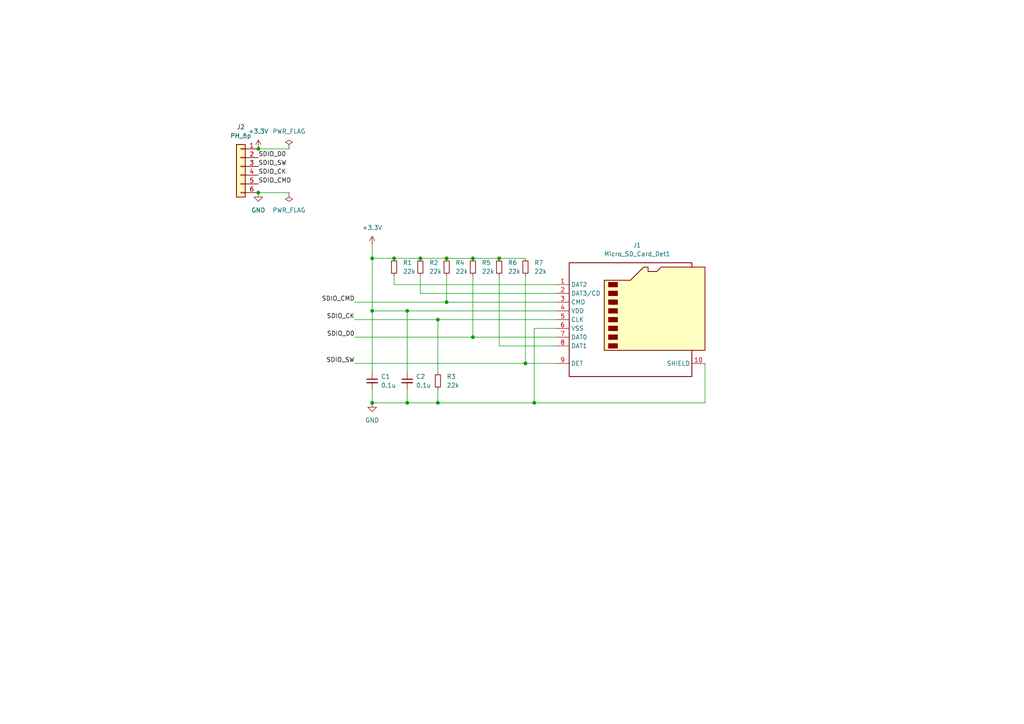
<source format=kicad_sch>
(kicad_sch
	(version 20231120)
	(generator "eeschema")
	(generator_version "8.0")
	(uuid "5c8bc54e-35dd-4c32-851e-a2e69654c7d1")
	(paper "A4")
	(lib_symbols
		(symbol "Connector:Micro_SD_Card_Det1"
			(exclude_from_sim no)
			(in_bom yes)
			(on_board yes)
			(property "Reference" "J"
				(at -16.51 17.78 0)
				(effects
					(font
						(size 1.27 1.27)
					)
				)
			)
			(property "Value" "Micro_SD_Card_Det1"
				(at 16.51 17.78 0)
				(effects
					(font
						(size 1.27 1.27)
					)
					(justify right)
				)
			)
			(property "Footprint" ""
				(at 52.07 17.78 0)
				(effects
					(font
						(size 1.27 1.27)
					)
					(hide yes)
				)
			)
			(property "Datasheet" "https://datasheet.lcsc.com/lcsc/2110151630_XKB-Connectivity-XKTF-015-N_C381082.pdf"
				(at 0 2.54 0)
				(effects
					(font
						(size 1.27 1.27)
					)
					(hide yes)
				)
			)
			(property "Description" "Micro SD Card Socket with one card detection pin"
				(at 0 0 0)
				(effects
					(font
						(size 1.27 1.27)
					)
					(hide yes)
				)
			)
			(property "ki_keywords" "connector SD microsd"
				(at 0 0 0)
				(effects
					(font
						(size 1.27 1.27)
					)
					(hide yes)
				)
			)
			(property "ki_fp_filters" "microSD*"
				(at 0 0 0)
				(effects
					(font
						(size 1.27 1.27)
					)
					(hide yes)
				)
			)
			(symbol "Micro_SD_Card_Det1_0_1"
				(rectangle
					(start -7.62 -6.985)
					(end -5.08 -8.255)
					(stroke
						(width 0.254)
						(type default)
					)
					(fill
						(type outline)
					)
				)
				(rectangle
					(start -7.62 -4.445)
					(end -5.08 -5.715)
					(stroke
						(width 0.254)
						(type default)
					)
					(fill
						(type outline)
					)
				)
				(rectangle
					(start -7.62 -1.905)
					(end -5.08 -3.175)
					(stroke
						(width 0.254)
						(type default)
					)
					(fill
						(type outline)
					)
				)
				(rectangle
					(start -7.62 0.635)
					(end -5.08 -0.635)
					(stroke
						(width 0.254)
						(type default)
					)
					(fill
						(type outline)
					)
				)
				(rectangle
					(start -7.62 3.175)
					(end -5.08 1.905)
					(stroke
						(width 0.254)
						(type default)
					)
					(fill
						(type outline)
					)
				)
				(rectangle
					(start -7.62 5.715)
					(end -5.08 4.445)
					(stroke
						(width 0.254)
						(type default)
					)
					(fill
						(type outline)
					)
				)
				(rectangle
					(start -7.62 8.255)
					(end -5.08 6.985)
					(stroke
						(width 0.254)
						(type default)
					)
					(fill
						(type outline)
					)
				)
				(rectangle
					(start -7.62 10.795)
					(end -5.08 9.525)
					(stroke
						(width 0.254)
						(type default)
					)
					(fill
						(type outline)
					)
				)
				(polyline
					(pts
						(xy 16.51 15.24) (xy 16.51 16.51) (xy -19.05 16.51) (xy -19.05 -16.51) (xy 16.51 -16.51) (xy 16.51 -8.89)
					)
					(stroke
						(width 0.254)
						(type default)
					)
					(fill
						(type none)
					)
				)
				(polyline
					(pts
						(xy -8.89 -8.89) (xy -8.89 11.43) (xy -1.27 11.43) (xy 2.54 15.24) (xy 3.81 15.24) (xy 3.81 13.97)
						(xy 6.35 13.97) (xy 7.62 15.24) (xy 20.32 15.24) (xy 20.32 -8.89) (xy -8.89 -8.89)
					)
					(stroke
						(width 0.254)
						(type default)
					)
					(fill
						(type background)
					)
				)
			)
			(symbol "Micro_SD_Card_Det1_1_1"
				(pin bidirectional line
					(at -22.86 10.16 0)
					(length 3.81)
					(name "DAT2"
						(effects
							(font
								(size 1.27 1.27)
							)
						)
					)
					(number "1"
						(effects
							(font
								(size 1.27 1.27)
							)
						)
					)
				)
				(pin passive line
					(at 20.32 -12.7 180)
					(length 3.81)
					(name "SHIELD"
						(effects
							(font
								(size 1.27 1.27)
							)
						)
					)
					(number "10"
						(effects
							(font
								(size 1.27 1.27)
							)
						)
					)
				)
				(pin bidirectional line
					(at -22.86 7.62 0)
					(length 3.81)
					(name "DAT3/CD"
						(effects
							(font
								(size 1.27 1.27)
							)
						)
					)
					(number "2"
						(effects
							(font
								(size 1.27 1.27)
							)
						)
					)
				)
				(pin input line
					(at -22.86 5.08 0)
					(length 3.81)
					(name "CMD"
						(effects
							(font
								(size 1.27 1.27)
							)
						)
					)
					(number "3"
						(effects
							(font
								(size 1.27 1.27)
							)
						)
					)
				)
				(pin power_in line
					(at -22.86 2.54 0)
					(length 3.81)
					(name "VDD"
						(effects
							(font
								(size 1.27 1.27)
							)
						)
					)
					(number "4"
						(effects
							(font
								(size 1.27 1.27)
							)
						)
					)
				)
				(pin input line
					(at -22.86 0 0)
					(length 3.81)
					(name "CLK"
						(effects
							(font
								(size 1.27 1.27)
							)
						)
					)
					(number "5"
						(effects
							(font
								(size 1.27 1.27)
							)
						)
					)
				)
				(pin power_in line
					(at -22.86 -2.54 0)
					(length 3.81)
					(name "VSS"
						(effects
							(font
								(size 1.27 1.27)
							)
						)
					)
					(number "6"
						(effects
							(font
								(size 1.27 1.27)
							)
						)
					)
				)
				(pin bidirectional line
					(at -22.86 -5.08 0)
					(length 3.81)
					(name "DAT0"
						(effects
							(font
								(size 1.27 1.27)
							)
						)
					)
					(number "7"
						(effects
							(font
								(size 1.27 1.27)
							)
						)
					)
				)
				(pin bidirectional line
					(at -22.86 -7.62 0)
					(length 3.81)
					(name "DAT1"
						(effects
							(font
								(size 1.27 1.27)
							)
						)
					)
					(number "8"
						(effects
							(font
								(size 1.27 1.27)
							)
						)
					)
				)
				(pin passive line
					(at -22.86 -12.7 0)
					(length 3.81)
					(name "DET"
						(effects
							(font
								(size 1.27 1.27)
							)
						)
					)
					(number "9"
						(effects
							(font
								(size 1.27 1.27)
							)
						)
					)
				)
			)
		)
		(symbol "Connector_Generic:Conn_01x06"
			(pin_names
				(offset 1.016) hide)
			(exclude_from_sim no)
			(in_bom yes)
			(on_board yes)
			(property "Reference" "J"
				(at 0 7.62 0)
				(effects
					(font
						(size 1.27 1.27)
					)
				)
			)
			(property "Value" "Conn_01x06"
				(at 0 -10.16 0)
				(effects
					(font
						(size 1.27 1.27)
					)
				)
			)
			(property "Footprint" ""
				(at 0 0 0)
				(effects
					(font
						(size 1.27 1.27)
					)
					(hide yes)
				)
			)
			(property "Datasheet" "~"
				(at 0 0 0)
				(effects
					(font
						(size 1.27 1.27)
					)
					(hide yes)
				)
			)
			(property "Description" "Generic connector, single row, 01x06, script generated (kicad-library-utils/schlib/autogen/connector/)"
				(at 0 0 0)
				(effects
					(font
						(size 1.27 1.27)
					)
					(hide yes)
				)
			)
			(property "ki_keywords" "connector"
				(at 0 0 0)
				(effects
					(font
						(size 1.27 1.27)
					)
					(hide yes)
				)
			)
			(property "ki_fp_filters" "Connector*:*_1x??_*"
				(at 0 0 0)
				(effects
					(font
						(size 1.27 1.27)
					)
					(hide yes)
				)
			)
			(symbol "Conn_01x06_1_1"
				(rectangle
					(start -1.27 -7.493)
					(end 0 -7.747)
					(stroke
						(width 0.1524)
						(type default)
					)
					(fill
						(type none)
					)
				)
				(rectangle
					(start -1.27 -4.953)
					(end 0 -5.207)
					(stroke
						(width 0.1524)
						(type default)
					)
					(fill
						(type none)
					)
				)
				(rectangle
					(start -1.27 -2.413)
					(end 0 -2.667)
					(stroke
						(width 0.1524)
						(type default)
					)
					(fill
						(type none)
					)
				)
				(rectangle
					(start -1.27 0.127)
					(end 0 -0.127)
					(stroke
						(width 0.1524)
						(type default)
					)
					(fill
						(type none)
					)
				)
				(rectangle
					(start -1.27 2.667)
					(end 0 2.413)
					(stroke
						(width 0.1524)
						(type default)
					)
					(fill
						(type none)
					)
				)
				(rectangle
					(start -1.27 5.207)
					(end 0 4.953)
					(stroke
						(width 0.1524)
						(type default)
					)
					(fill
						(type none)
					)
				)
				(rectangle
					(start -1.27 6.35)
					(end 1.27 -8.89)
					(stroke
						(width 0.254)
						(type default)
					)
					(fill
						(type background)
					)
				)
				(pin passive line
					(at -5.08 5.08 0)
					(length 3.81)
					(name "Pin_1"
						(effects
							(font
								(size 1.27 1.27)
							)
						)
					)
					(number "1"
						(effects
							(font
								(size 1.27 1.27)
							)
						)
					)
				)
				(pin passive line
					(at -5.08 2.54 0)
					(length 3.81)
					(name "Pin_2"
						(effects
							(font
								(size 1.27 1.27)
							)
						)
					)
					(number "2"
						(effects
							(font
								(size 1.27 1.27)
							)
						)
					)
				)
				(pin passive line
					(at -5.08 0 0)
					(length 3.81)
					(name "Pin_3"
						(effects
							(font
								(size 1.27 1.27)
							)
						)
					)
					(number "3"
						(effects
							(font
								(size 1.27 1.27)
							)
						)
					)
				)
				(pin passive line
					(at -5.08 -2.54 0)
					(length 3.81)
					(name "Pin_4"
						(effects
							(font
								(size 1.27 1.27)
							)
						)
					)
					(number "4"
						(effects
							(font
								(size 1.27 1.27)
							)
						)
					)
				)
				(pin passive line
					(at -5.08 -5.08 0)
					(length 3.81)
					(name "Pin_5"
						(effects
							(font
								(size 1.27 1.27)
							)
						)
					)
					(number "5"
						(effects
							(font
								(size 1.27 1.27)
							)
						)
					)
				)
				(pin passive line
					(at -5.08 -7.62 0)
					(length 3.81)
					(name "Pin_6"
						(effects
							(font
								(size 1.27 1.27)
							)
						)
					)
					(number "6"
						(effects
							(font
								(size 1.27 1.27)
							)
						)
					)
				)
			)
		)
		(symbol "Device:C_Small"
			(pin_numbers hide)
			(pin_names
				(offset 0.254) hide)
			(exclude_from_sim no)
			(in_bom yes)
			(on_board yes)
			(property "Reference" "C"
				(at 0.254 1.778 0)
				(effects
					(font
						(size 1.27 1.27)
					)
					(justify left)
				)
			)
			(property "Value" "C_Small"
				(at 0.254 -2.032 0)
				(effects
					(font
						(size 1.27 1.27)
					)
					(justify left)
				)
			)
			(property "Footprint" ""
				(at 0 0 0)
				(effects
					(font
						(size 1.27 1.27)
					)
					(hide yes)
				)
			)
			(property "Datasheet" "~"
				(at 0 0 0)
				(effects
					(font
						(size 1.27 1.27)
					)
					(hide yes)
				)
			)
			(property "Description" "Unpolarized capacitor, small symbol"
				(at 0 0 0)
				(effects
					(font
						(size 1.27 1.27)
					)
					(hide yes)
				)
			)
			(property "ki_keywords" "capacitor cap"
				(at 0 0 0)
				(effects
					(font
						(size 1.27 1.27)
					)
					(hide yes)
				)
			)
			(property "ki_fp_filters" "C_*"
				(at 0 0 0)
				(effects
					(font
						(size 1.27 1.27)
					)
					(hide yes)
				)
			)
			(symbol "C_Small_0_1"
				(polyline
					(pts
						(xy -1.524 -0.508) (xy 1.524 -0.508)
					)
					(stroke
						(width 0.3302)
						(type default)
					)
					(fill
						(type none)
					)
				)
				(polyline
					(pts
						(xy -1.524 0.508) (xy 1.524 0.508)
					)
					(stroke
						(width 0.3048)
						(type default)
					)
					(fill
						(type none)
					)
				)
			)
			(symbol "C_Small_1_1"
				(pin passive line
					(at 0 2.54 270)
					(length 2.032)
					(name "~"
						(effects
							(font
								(size 1.27 1.27)
							)
						)
					)
					(number "1"
						(effects
							(font
								(size 1.27 1.27)
							)
						)
					)
				)
				(pin passive line
					(at 0 -2.54 90)
					(length 2.032)
					(name "~"
						(effects
							(font
								(size 1.27 1.27)
							)
						)
					)
					(number "2"
						(effects
							(font
								(size 1.27 1.27)
							)
						)
					)
				)
			)
		)
		(symbol "Device:R_Small"
			(pin_numbers hide)
			(pin_names
				(offset 0.254) hide)
			(exclude_from_sim no)
			(in_bom yes)
			(on_board yes)
			(property "Reference" "R"
				(at 0.762 0.508 0)
				(effects
					(font
						(size 1.27 1.27)
					)
					(justify left)
				)
			)
			(property "Value" "R_Small"
				(at 0.762 -1.016 0)
				(effects
					(font
						(size 1.27 1.27)
					)
					(justify left)
				)
			)
			(property "Footprint" ""
				(at 0 0 0)
				(effects
					(font
						(size 1.27 1.27)
					)
					(hide yes)
				)
			)
			(property "Datasheet" "~"
				(at 0 0 0)
				(effects
					(font
						(size 1.27 1.27)
					)
					(hide yes)
				)
			)
			(property "Description" "Resistor, small symbol"
				(at 0 0 0)
				(effects
					(font
						(size 1.27 1.27)
					)
					(hide yes)
				)
			)
			(property "ki_keywords" "R resistor"
				(at 0 0 0)
				(effects
					(font
						(size 1.27 1.27)
					)
					(hide yes)
				)
			)
			(property "ki_fp_filters" "R_*"
				(at 0 0 0)
				(effects
					(font
						(size 1.27 1.27)
					)
					(hide yes)
				)
			)
			(symbol "R_Small_0_1"
				(rectangle
					(start -0.762 1.778)
					(end 0.762 -1.778)
					(stroke
						(width 0.2032)
						(type default)
					)
					(fill
						(type none)
					)
				)
			)
			(symbol "R_Small_1_1"
				(pin passive line
					(at 0 2.54 270)
					(length 0.762)
					(name "~"
						(effects
							(font
								(size 1.27 1.27)
							)
						)
					)
					(number "1"
						(effects
							(font
								(size 1.27 1.27)
							)
						)
					)
				)
				(pin passive line
					(at 0 -2.54 90)
					(length 0.762)
					(name "~"
						(effects
							(font
								(size 1.27 1.27)
							)
						)
					)
					(number "2"
						(effects
							(font
								(size 1.27 1.27)
							)
						)
					)
				)
			)
		)
		(symbol "power:+3.3V"
			(power)
			(pin_numbers hide)
			(pin_names
				(offset 0) hide)
			(exclude_from_sim no)
			(in_bom yes)
			(on_board yes)
			(property "Reference" "#PWR"
				(at 0 -3.81 0)
				(effects
					(font
						(size 1.27 1.27)
					)
					(hide yes)
				)
			)
			(property "Value" "+3.3V"
				(at 0 3.556 0)
				(effects
					(font
						(size 1.27 1.27)
					)
				)
			)
			(property "Footprint" ""
				(at 0 0 0)
				(effects
					(font
						(size 1.27 1.27)
					)
					(hide yes)
				)
			)
			(property "Datasheet" ""
				(at 0 0 0)
				(effects
					(font
						(size 1.27 1.27)
					)
					(hide yes)
				)
			)
			(property "Description" "Power symbol creates a global label with name \"+3.3V\""
				(at 0 0 0)
				(effects
					(font
						(size 1.27 1.27)
					)
					(hide yes)
				)
			)
			(property "ki_keywords" "global power"
				(at 0 0 0)
				(effects
					(font
						(size 1.27 1.27)
					)
					(hide yes)
				)
			)
			(symbol "+3.3V_0_1"
				(polyline
					(pts
						(xy -0.762 1.27) (xy 0 2.54)
					)
					(stroke
						(width 0)
						(type default)
					)
					(fill
						(type none)
					)
				)
				(polyline
					(pts
						(xy 0 0) (xy 0 2.54)
					)
					(stroke
						(width 0)
						(type default)
					)
					(fill
						(type none)
					)
				)
				(polyline
					(pts
						(xy 0 2.54) (xy 0.762 1.27)
					)
					(stroke
						(width 0)
						(type default)
					)
					(fill
						(type none)
					)
				)
			)
			(symbol "+3.3V_1_1"
				(pin power_in line
					(at 0 0 90)
					(length 0)
					(name "~"
						(effects
							(font
								(size 1.27 1.27)
							)
						)
					)
					(number "1"
						(effects
							(font
								(size 1.27 1.27)
							)
						)
					)
				)
			)
		)
		(symbol "power:GND"
			(power)
			(pin_numbers hide)
			(pin_names
				(offset 0) hide)
			(exclude_from_sim no)
			(in_bom yes)
			(on_board yes)
			(property "Reference" "#PWR"
				(at 0 -6.35 0)
				(effects
					(font
						(size 1.27 1.27)
					)
					(hide yes)
				)
			)
			(property "Value" "GND"
				(at 0 -3.81 0)
				(effects
					(font
						(size 1.27 1.27)
					)
				)
			)
			(property "Footprint" ""
				(at 0 0 0)
				(effects
					(font
						(size 1.27 1.27)
					)
					(hide yes)
				)
			)
			(property "Datasheet" ""
				(at 0 0 0)
				(effects
					(font
						(size 1.27 1.27)
					)
					(hide yes)
				)
			)
			(property "Description" "Power symbol creates a global label with name \"GND\" , ground"
				(at 0 0 0)
				(effects
					(font
						(size 1.27 1.27)
					)
					(hide yes)
				)
			)
			(property "ki_keywords" "global power"
				(at 0 0 0)
				(effects
					(font
						(size 1.27 1.27)
					)
					(hide yes)
				)
			)
			(symbol "GND_0_1"
				(polyline
					(pts
						(xy 0 0) (xy 0 -1.27) (xy 1.27 -1.27) (xy 0 -2.54) (xy -1.27 -1.27) (xy 0 -1.27)
					)
					(stroke
						(width 0)
						(type default)
					)
					(fill
						(type none)
					)
				)
			)
			(symbol "GND_1_1"
				(pin power_in line
					(at 0 0 270)
					(length 0)
					(name "~"
						(effects
							(font
								(size 1.27 1.27)
							)
						)
					)
					(number "1"
						(effects
							(font
								(size 1.27 1.27)
							)
						)
					)
				)
			)
		)
		(symbol "power:PWR_FLAG"
			(power)
			(pin_numbers hide)
			(pin_names
				(offset 0) hide)
			(exclude_from_sim no)
			(in_bom yes)
			(on_board yes)
			(property "Reference" "#FLG"
				(at 0 1.905 0)
				(effects
					(font
						(size 1.27 1.27)
					)
					(hide yes)
				)
			)
			(property "Value" "PWR_FLAG"
				(at 0 3.81 0)
				(effects
					(font
						(size 1.27 1.27)
					)
				)
			)
			(property "Footprint" ""
				(at 0 0 0)
				(effects
					(font
						(size 1.27 1.27)
					)
					(hide yes)
				)
			)
			(property "Datasheet" "~"
				(at 0 0 0)
				(effects
					(font
						(size 1.27 1.27)
					)
					(hide yes)
				)
			)
			(property "Description" "Special symbol for telling ERC where power comes from"
				(at 0 0 0)
				(effects
					(font
						(size 1.27 1.27)
					)
					(hide yes)
				)
			)
			(property "ki_keywords" "flag power"
				(at 0 0 0)
				(effects
					(font
						(size 1.27 1.27)
					)
					(hide yes)
				)
			)
			(symbol "PWR_FLAG_0_0"
				(pin power_out line
					(at 0 0 90)
					(length 0)
					(name "~"
						(effects
							(font
								(size 1.27 1.27)
							)
						)
					)
					(number "1"
						(effects
							(font
								(size 1.27 1.27)
							)
						)
					)
				)
			)
			(symbol "PWR_FLAG_0_1"
				(polyline
					(pts
						(xy 0 0) (xy 0 1.27) (xy -1.016 1.905) (xy 0 2.54) (xy 1.016 1.905) (xy 0 1.27)
					)
					(stroke
						(width 0)
						(type default)
					)
					(fill
						(type none)
					)
				)
			)
		)
	)
	(junction
		(at 107.95 90.17)
		(diameter 0)
		(color 0 0 0 0)
		(uuid "0340c3d5-570c-4637-8983-e1bf83a122e4")
	)
	(junction
		(at 74.93 55.88)
		(diameter 0)
		(color 0 0 0 0)
		(uuid "039bd011-3997-457f-acc9-29c80068b349")
	)
	(junction
		(at 118.11 90.17)
		(diameter 0)
		(color 0 0 0 0)
		(uuid "28afdea9-5e78-4f81-95ab-d11c96103147")
	)
	(junction
		(at 127 116.84)
		(diameter 0)
		(color 0 0 0 0)
		(uuid "3daff48e-32d8-4384-90e7-0b0f5bdf53cb")
	)
	(junction
		(at 137.16 97.79)
		(diameter 0)
		(color 0 0 0 0)
		(uuid "4884ee78-503f-4dbd-b5f2-778ed75b0cb0")
	)
	(junction
		(at 152.4 105.41)
		(diameter 0)
		(color 0 0 0 0)
		(uuid "4bf5a2f6-cb3e-4c56-8ed7-de5a78945178")
	)
	(junction
		(at 127 92.71)
		(diameter 0)
		(color 0 0 0 0)
		(uuid "4de93172-bbec-443b-b7b1-2ece0f651e55")
	)
	(junction
		(at 114.3 74.93)
		(diameter 0)
		(color 0 0 0 0)
		(uuid "51adebfb-29b4-4a38-8d19-d1091348a6e2")
	)
	(junction
		(at 129.54 74.93)
		(diameter 0)
		(color 0 0 0 0)
		(uuid "538ec085-4f35-40fe-b0d5-eff025749b43")
	)
	(junction
		(at 107.95 74.93)
		(diameter 0)
		(color 0 0 0 0)
		(uuid "53af147a-06dc-4649-8d98-2ba37a446f2d")
	)
	(junction
		(at 121.92 74.93)
		(diameter 0)
		(color 0 0 0 0)
		(uuid "64fe2345-2ad9-46ae-bbfd-7f6b8f4d794c")
	)
	(junction
		(at 74.93 43.18)
		(diameter 0)
		(color 0 0 0 0)
		(uuid "68f02757-348e-4baa-8263-09001643755e")
	)
	(junction
		(at 137.16 74.93)
		(diameter 0)
		(color 0 0 0 0)
		(uuid "97cb03f7-cf56-4584-82ea-6bc21e03b015")
	)
	(junction
		(at 107.95 116.84)
		(diameter 0)
		(color 0 0 0 0)
		(uuid "be1fb9d4-1cba-4338-8864-2343ed383ef1")
	)
	(junction
		(at 154.94 116.84)
		(diameter 0)
		(color 0 0 0 0)
		(uuid "c31eb4f4-e4d3-42b2-8579-a47995c7df1a")
	)
	(junction
		(at 144.78 74.93)
		(diameter 0)
		(color 0 0 0 0)
		(uuid "e2ab84a5-1c4f-4375-99f1-ceeb3a40ef49")
	)
	(junction
		(at 118.11 116.84)
		(diameter 0)
		(color 0 0 0 0)
		(uuid "f900b752-5f1e-416e-8579-d89c48de6929")
	)
	(junction
		(at 129.54 87.63)
		(diameter 0)
		(color 0 0 0 0)
		(uuid "f9ceb8a5-e7e4-426d-8371-f96b4ddbe6a1")
	)
	(wire
		(pts
			(xy 107.95 90.17) (xy 118.11 90.17)
		)
		(stroke
			(width 0)
			(type default)
		)
		(uuid "04c1a166-ee60-40e1-9477-dde38686a9d5")
	)
	(wire
		(pts
			(xy 137.16 74.93) (xy 144.78 74.93)
		)
		(stroke
			(width 0)
			(type default)
		)
		(uuid "080aaeac-fe7c-4574-bed3-b47a397392fc")
	)
	(wire
		(pts
			(xy 144.78 74.93) (xy 152.4 74.93)
		)
		(stroke
			(width 0)
			(type default)
		)
		(uuid "16f04593-60e9-46db-98e9-6cb21eb8398f")
	)
	(wire
		(pts
			(xy 121.92 80.01) (xy 121.92 85.09)
		)
		(stroke
			(width 0)
			(type default)
		)
		(uuid "1a8a6b9e-421c-4c87-bf04-e0e443a217c2")
	)
	(wire
		(pts
			(xy 107.95 113.03) (xy 107.95 116.84)
		)
		(stroke
			(width 0)
			(type default)
		)
		(uuid "2e343a1c-8951-4435-acd8-0b65588dbe21")
	)
	(wire
		(pts
			(xy 114.3 82.55) (xy 161.29 82.55)
		)
		(stroke
			(width 0)
			(type default)
		)
		(uuid "31f3a776-da7d-40ef-b65d-f1ec8c77954b")
	)
	(wire
		(pts
			(xy 127 113.03) (xy 127 116.84)
		)
		(stroke
			(width 0)
			(type default)
		)
		(uuid "3c010464-daf2-46d9-b57a-28703a143b2e")
	)
	(wire
		(pts
			(xy 74.93 55.88) (xy 83.82 55.88)
		)
		(stroke
			(width 0)
			(type default)
		)
		(uuid "3f54e54a-494d-4da9-951e-7060f03fbdbd")
	)
	(wire
		(pts
			(xy 102.87 92.71) (xy 127 92.71)
		)
		(stroke
			(width 0)
			(type default)
		)
		(uuid "3fb43fff-06be-4146-a7eb-4b283c6b29f8")
	)
	(wire
		(pts
			(xy 154.94 116.84) (xy 204.47 116.84)
		)
		(stroke
			(width 0)
			(type default)
		)
		(uuid "43fa5f1f-72aa-4a44-97ed-2060d8249bb2")
	)
	(wire
		(pts
			(xy 129.54 87.63) (xy 161.29 87.63)
		)
		(stroke
			(width 0)
			(type default)
		)
		(uuid "4509ec22-276c-4097-87c3-b7323da11e52")
	)
	(wire
		(pts
			(xy 102.87 105.41) (xy 152.4 105.41)
		)
		(stroke
			(width 0)
			(type default)
		)
		(uuid "5b9f2f1f-599d-4bc0-92a8-094f19620c6d")
	)
	(wire
		(pts
			(xy 74.93 43.18) (xy 83.82 43.18)
		)
		(stroke
			(width 0)
			(type default)
		)
		(uuid "5e2885f3-01e4-4578-8691-13ddf691e9f8")
	)
	(wire
		(pts
			(xy 152.4 105.41) (xy 152.4 80.01)
		)
		(stroke
			(width 0)
			(type default)
		)
		(uuid "5e3942c5-d618-4b18-b59d-0ecf4c2549fb")
	)
	(wire
		(pts
			(xy 107.95 71.12) (xy 107.95 74.93)
		)
		(stroke
			(width 0)
			(type default)
		)
		(uuid "5fb754f9-a261-44b1-bfee-084a2e48f70b")
	)
	(wire
		(pts
			(xy 118.11 116.84) (xy 107.95 116.84)
		)
		(stroke
			(width 0)
			(type default)
		)
		(uuid "64905d50-bc76-4fb5-8035-c0195dd8d4db")
	)
	(wire
		(pts
			(xy 121.92 85.09) (xy 161.29 85.09)
		)
		(stroke
			(width 0)
			(type default)
		)
		(uuid "71496cad-24d5-449d-81ae-9123e6ce2331")
	)
	(wire
		(pts
			(xy 161.29 105.41) (xy 152.4 105.41)
		)
		(stroke
			(width 0)
			(type default)
		)
		(uuid "7788114c-e1c7-44e5-b57b-1f0c7d799a01")
	)
	(wire
		(pts
			(xy 161.29 95.25) (xy 154.94 95.25)
		)
		(stroke
			(width 0)
			(type default)
		)
		(uuid "78d5d115-b593-4e1d-9fd7-e74923b7d1ab")
	)
	(wire
		(pts
			(xy 129.54 80.01) (xy 129.54 87.63)
		)
		(stroke
			(width 0)
			(type default)
		)
		(uuid "84618125-087a-4a9a-9618-641c5ff6895a")
	)
	(wire
		(pts
			(xy 107.95 90.17) (xy 107.95 107.95)
		)
		(stroke
			(width 0)
			(type default)
		)
		(uuid "89e9eb83-ed7a-436d-a260-b0503ce9fe49")
	)
	(wire
		(pts
			(xy 127 116.84) (xy 118.11 116.84)
		)
		(stroke
			(width 0)
			(type default)
		)
		(uuid "99a92bc7-c68f-4119-b3d9-5e19e4dce0fb")
	)
	(wire
		(pts
			(xy 137.16 80.01) (xy 137.16 97.79)
		)
		(stroke
			(width 0)
			(type default)
		)
		(uuid "9d7e0b56-1d8c-4e64-b1c3-6c068420deff")
	)
	(wire
		(pts
			(xy 121.92 74.93) (xy 129.54 74.93)
		)
		(stroke
			(width 0)
			(type default)
		)
		(uuid "a6da19cf-dc85-4a6f-9e76-a65249e682b8")
	)
	(wire
		(pts
			(xy 204.47 105.41) (xy 204.47 116.84)
		)
		(stroke
			(width 0)
			(type default)
		)
		(uuid "aa9c155b-1b8e-4201-a2ed-afb552375499")
	)
	(wire
		(pts
			(xy 144.78 80.01) (xy 144.78 100.33)
		)
		(stroke
			(width 0)
			(type default)
		)
		(uuid "adb343a4-3c51-48c5-9a45-c3f890c2eeff")
	)
	(wire
		(pts
			(xy 107.95 74.93) (xy 107.95 90.17)
		)
		(stroke
			(width 0)
			(type default)
		)
		(uuid "b706c75d-e5cd-4cbd-a2f6-c112218e07fe")
	)
	(wire
		(pts
			(xy 127 92.71) (xy 127 107.95)
		)
		(stroke
			(width 0)
			(type default)
		)
		(uuid "c12edeeb-a5e5-4a6c-bd60-e568cb708c00")
	)
	(wire
		(pts
			(xy 154.94 95.25) (xy 154.94 116.84)
		)
		(stroke
			(width 0)
			(type default)
		)
		(uuid "c14ab019-b4f3-4514-85ea-4f18dd24e27a")
	)
	(wire
		(pts
			(xy 118.11 90.17) (xy 161.29 90.17)
		)
		(stroke
			(width 0)
			(type default)
		)
		(uuid "c8a480c7-7767-49a0-974f-53dba5f411d5")
	)
	(wire
		(pts
			(xy 102.87 87.63) (xy 129.54 87.63)
		)
		(stroke
			(width 0)
			(type default)
		)
		(uuid "c95cdf67-4b21-428c-b90c-85356c5b9ba5")
	)
	(wire
		(pts
			(xy 114.3 80.01) (xy 114.3 82.55)
		)
		(stroke
			(width 0)
			(type default)
		)
		(uuid "c9c4ecd2-c320-4801-9e0f-32d03d476202")
	)
	(wire
		(pts
			(xy 107.95 74.93) (xy 114.3 74.93)
		)
		(stroke
			(width 0)
			(type default)
		)
		(uuid "d2976ca4-aa09-454e-83e2-e465eb168d03")
	)
	(wire
		(pts
			(xy 118.11 90.17) (xy 118.11 107.95)
		)
		(stroke
			(width 0)
			(type default)
		)
		(uuid "d3f1abd8-9e4d-4bc6-abfd-a117fbdb5ac8")
	)
	(wire
		(pts
			(xy 127 116.84) (xy 154.94 116.84)
		)
		(stroke
			(width 0)
			(type default)
		)
		(uuid "e3f02f2e-fcaa-46ab-b065-574fa5aad8be")
	)
	(wire
		(pts
			(xy 114.3 74.93) (xy 121.92 74.93)
		)
		(stroke
			(width 0)
			(type default)
		)
		(uuid "f068801e-536d-44ea-8d5e-e56cc82a0494")
	)
	(wire
		(pts
			(xy 118.11 113.03) (xy 118.11 116.84)
		)
		(stroke
			(width 0)
			(type default)
		)
		(uuid "f5556faa-e6e2-4657-9a22-9395198b0983")
	)
	(wire
		(pts
			(xy 129.54 74.93) (xy 137.16 74.93)
		)
		(stroke
			(width 0)
			(type default)
		)
		(uuid "f7258e5b-cbb7-48ac-a4d7-68f801a8773f")
	)
	(wire
		(pts
			(xy 144.78 100.33) (xy 161.29 100.33)
		)
		(stroke
			(width 0)
			(type default)
		)
		(uuid "fb11714f-ccfc-4756-a434-657e01cfcc34")
	)
	(wire
		(pts
			(xy 127 92.71) (xy 161.29 92.71)
		)
		(stroke
			(width 0)
			(type default)
		)
		(uuid "fb7c358b-550e-42e0-adef-c71869e8c5cf")
	)
	(wire
		(pts
			(xy 102.87 97.79) (xy 137.16 97.79)
		)
		(stroke
			(width 0)
			(type default)
		)
		(uuid "fc93dc01-ba20-40b9-8759-3cbe04401215")
	)
	(wire
		(pts
			(xy 137.16 97.79) (xy 161.29 97.79)
		)
		(stroke
			(width 0)
			(type default)
		)
		(uuid "fcb788af-5108-411d-b217-b0942661cd70")
	)
	(label "SDIO_CK"
		(at 102.87 92.71 180)
		(fields_autoplaced yes)
		(effects
			(font
				(size 1.27 1.27)
			)
			(justify right bottom)
		)
		(uuid "1b9a16cb-0ff2-4ccf-800f-86751219b756")
	)
	(label "SDIO_CMD"
		(at 102.87 87.63 180)
		(fields_autoplaced yes)
		(effects
			(font
				(size 1.27 1.27)
			)
			(justify right bottom)
		)
		(uuid "4a0fd289-282b-49dc-982c-caac2c2e8350")
	)
	(label "SDIO_CMD"
		(at 74.93 53.34 0)
		(fields_autoplaced yes)
		(effects
			(font
				(size 1.27 1.27)
			)
			(justify left bottom)
		)
		(uuid "6051ebb1-0ce2-403d-8830-9ea912cc783a")
	)
	(label "SDIO_SW"
		(at 74.93 48.26 0)
		(fields_autoplaced yes)
		(effects
			(font
				(size 1.27 1.27)
			)
			(justify left bottom)
		)
		(uuid "6078cba4-44a9-4860-aa64-f0220350d0f2")
	)
	(label "SDIO_CK"
		(at 74.93 50.8 0)
		(fields_autoplaced yes)
		(effects
			(font
				(size 1.27 1.27)
			)
			(justify left bottom)
		)
		(uuid "8a16aad4-8816-4ff3-9b25-1e995fe67a46")
	)
	(label "SDIO_D0"
		(at 102.87 97.79 180)
		(fields_autoplaced yes)
		(effects
			(font
				(size 1.27 1.27)
			)
			(justify right bottom)
		)
		(uuid "90b57dec-9053-4f9d-8907-0a235d9506bb")
	)
	(label "SDIO_D0"
		(at 74.93 45.72 0)
		(fields_autoplaced yes)
		(effects
			(font
				(size 1.27 1.27)
			)
			(justify left bottom)
		)
		(uuid "9d822647-db36-4cd7-bc77-4df3b4d1fd57")
	)
	(label "SDIO_SW"
		(at 102.87 105.41 180)
		(fields_autoplaced yes)
		(effects
			(font
				(size 1.27 1.27)
			)
			(justify right bottom)
		)
		(uuid "e7c1fe56-d592-4e9a-88bf-0ef2ce92a5c2")
	)
	(symbol
		(lib_id "power:GND")
		(at 107.95 116.84 0)
		(mirror y)
		(unit 1)
		(exclude_from_sim no)
		(in_bom yes)
		(on_board yes)
		(dnp no)
		(fields_autoplaced yes)
		(uuid "07c69515-bc68-4849-b888-146a9bce1971")
		(property "Reference" "#PWR02"
			(at 107.95 123.19 0)
			(effects
				(font
					(size 1.27 1.27)
				)
				(hide yes)
			)
		)
		(property "Value" "GND"
			(at 107.95 121.92 0)
			(effects
				(font
					(size 1.27 1.27)
				)
			)
		)
		(property "Footprint" ""
			(at 107.95 116.84 0)
			(effects
				(font
					(size 1.27 1.27)
				)
				(hide yes)
			)
		)
		(property "Datasheet" ""
			(at 107.95 116.84 0)
			(effects
				(font
					(size 1.27 1.27)
				)
				(hide yes)
			)
		)
		(property "Description" "Power symbol creates a global label with name \"GND\" , ground"
			(at 107.95 116.84 0)
			(effects
				(font
					(size 1.27 1.27)
				)
				(hide yes)
			)
		)
		(pin "1"
			(uuid "402a0a7a-fae9-40b3-b9d3-0148a453a7f2")
		)
		(instances
			(project "sd_card"
				(path "/5c8bc54e-35dd-4c32-851e-a2e69654c7d1"
					(reference "#PWR02")
					(unit 1)
				)
			)
		)
	)
	(symbol
		(lib_id "Device:R_Small")
		(at 137.16 77.47 0)
		(unit 1)
		(exclude_from_sim no)
		(in_bom yes)
		(on_board yes)
		(dnp no)
		(fields_autoplaced yes)
		(uuid "1d262ef4-0aee-4747-998e-cad1dcdca545")
		(property "Reference" "R5"
			(at 139.7 76.1999 0)
			(effects
				(font
					(size 1.27 1.27)
				)
				(justify left)
			)
		)
		(property "Value" "22k"
			(at 139.7 78.7399 0)
			(effects
				(font
					(size 1.27 1.27)
				)
				(justify left)
			)
		)
		(property "Footprint" "Resistor_SMD:R_0603_1608Metric_Pad0.98x0.95mm_HandSolder"
			(at 137.16 77.47 0)
			(effects
				(font
					(size 1.27 1.27)
				)
				(hide yes)
			)
		)
		(property "Datasheet" "~"
			(at 137.16 77.47 0)
			(effects
				(font
					(size 1.27 1.27)
				)
				(hide yes)
			)
		)
		(property "Description" "Resistor, small symbol"
			(at 137.16 77.47 0)
			(effects
				(font
					(size 1.27 1.27)
				)
				(hide yes)
			)
		)
		(pin "2"
			(uuid "6bb08e85-3fe1-41a0-a98c-26e67baaa112")
		)
		(pin "1"
			(uuid "852416ca-4466-4120-8d3c-714c45a852f2")
		)
		(instances
			(project "sd_card"
				(path "/5c8bc54e-35dd-4c32-851e-a2e69654c7d1"
					(reference "R5")
					(unit 1)
				)
			)
		)
	)
	(symbol
		(lib_id "power:PWR_FLAG")
		(at 83.82 55.88 0)
		(mirror x)
		(unit 1)
		(exclude_from_sim no)
		(in_bom yes)
		(on_board yes)
		(dnp no)
		(fields_autoplaced yes)
		(uuid "406a8753-b54e-4c0a-8b53-6d2ec9b87934")
		(property "Reference" "#FLG02"
			(at 83.82 57.785 0)
			(effects
				(font
					(size 1.27 1.27)
				)
				(hide yes)
			)
		)
		(property "Value" "PWR_FLAG"
			(at 83.82 60.96 0)
			(effects
				(font
					(size 1.27 1.27)
				)
			)
		)
		(property "Footprint" ""
			(at 83.82 55.88 0)
			(effects
				(font
					(size 1.27 1.27)
				)
				(hide yes)
			)
		)
		(property "Datasheet" "~"
			(at 83.82 55.88 0)
			(effects
				(font
					(size 1.27 1.27)
				)
				(hide yes)
			)
		)
		(property "Description" "Special symbol for telling ERC where power comes from"
			(at 83.82 55.88 0)
			(effects
				(font
					(size 1.27 1.27)
				)
				(hide yes)
			)
		)
		(pin "1"
			(uuid "0556d1b6-d453-4c1b-a3df-bf66af831487")
		)
		(instances
			(project "sd_card"
				(path "/5c8bc54e-35dd-4c32-851e-a2e69654c7d1"
					(reference "#FLG02")
					(unit 1)
				)
			)
		)
	)
	(symbol
		(lib_id "power:+3.3V")
		(at 74.93 43.18 0)
		(unit 1)
		(exclude_from_sim no)
		(in_bom yes)
		(on_board yes)
		(dnp no)
		(fields_autoplaced yes)
		(uuid "41b2c61c-a550-411d-813d-4255525590db")
		(property "Reference" "#PWR03"
			(at 74.93 46.99 0)
			(effects
				(font
					(size 1.27 1.27)
				)
				(hide yes)
			)
		)
		(property "Value" "+3.3V"
			(at 74.93 38.1 0)
			(effects
				(font
					(size 1.27 1.27)
				)
			)
		)
		(property "Footprint" ""
			(at 74.93 43.18 0)
			(effects
				(font
					(size 1.27 1.27)
				)
				(hide yes)
			)
		)
		(property "Datasheet" ""
			(at 74.93 43.18 0)
			(effects
				(font
					(size 1.27 1.27)
				)
				(hide yes)
			)
		)
		(property "Description" "Power symbol creates a global label with name \"+3.3V\""
			(at 74.93 43.18 0)
			(effects
				(font
					(size 1.27 1.27)
				)
				(hide yes)
			)
		)
		(pin "1"
			(uuid "9fd7cd30-7ea5-408e-a5b4-d5dc6abc66ce")
		)
		(instances
			(project "sd_card"
				(path "/5c8bc54e-35dd-4c32-851e-a2e69654c7d1"
					(reference "#PWR03")
					(unit 1)
				)
			)
		)
	)
	(symbol
		(lib_id "Device:C_Small")
		(at 118.11 110.49 0)
		(mirror y)
		(unit 1)
		(exclude_from_sim no)
		(in_bom yes)
		(on_board yes)
		(dnp no)
		(fields_autoplaced yes)
		(uuid "553dd3b1-a645-4733-b05a-f235138e5396")
		(property "Reference" "C2"
			(at 120.65 109.2262 0)
			(effects
				(font
					(size 1.27 1.27)
				)
				(justify right)
			)
		)
		(property "Value" "0.1u"
			(at 120.65 111.7662 0)
			(effects
				(font
					(size 1.27 1.27)
				)
				(justify right)
			)
		)
		(property "Footprint" "Capacitor_SMD:C_0603_1608Metric_Pad1.08x0.95mm_HandSolder"
			(at 118.11 110.49 0)
			(effects
				(font
					(size 1.27 1.27)
				)
				(hide yes)
			)
		)
		(property "Datasheet" "~"
			(at 118.11 110.49 0)
			(effects
				(font
					(size 1.27 1.27)
				)
				(hide yes)
			)
		)
		(property "Description" "Unpolarized capacitor, small symbol"
			(at 118.11 110.49 0)
			(effects
				(font
					(size 1.27 1.27)
				)
				(hide yes)
			)
		)
		(pin "1"
			(uuid "4acd76a0-082e-45b3-8af7-4f248863f62e")
		)
		(pin "2"
			(uuid "9c26d786-eb19-4daa-a0fa-d8ffbd492f79")
		)
		(instances
			(project "sd_card"
				(path "/5c8bc54e-35dd-4c32-851e-a2e69654c7d1"
					(reference "C2")
					(unit 1)
				)
			)
		)
	)
	(symbol
		(lib_id "Device:C_Small")
		(at 107.95 110.49 0)
		(mirror y)
		(unit 1)
		(exclude_from_sim no)
		(in_bom yes)
		(on_board yes)
		(dnp no)
		(fields_autoplaced yes)
		(uuid "79659eb8-4818-4932-85ef-ba0fa46a0712")
		(property "Reference" "C1"
			(at 110.49 109.2262 0)
			(effects
				(font
					(size 1.27 1.27)
				)
				(justify right)
			)
		)
		(property "Value" "0.1u"
			(at 110.49 111.7662 0)
			(effects
				(font
					(size 1.27 1.27)
				)
				(justify right)
			)
		)
		(property "Footprint" "Capacitor_SMD:C_0603_1608Metric_Pad1.08x0.95mm_HandSolder"
			(at 107.95 110.49 0)
			(effects
				(font
					(size 1.27 1.27)
				)
				(hide yes)
			)
		)
		(property "Datasheet" "~"
			(at 107.95 110.49 0)
			(effects
				(font
					(size 1.27 1.27)
				)
				(hide yes)
			)
		)
		(property "Description" "Unpolarized capacitor, small symbol"
			(at 107.95 110.49 0)
			(effects
				(font
					(size 1.27 1.27)
				)
				(hide yes)
			)
		)
		(pin "1"
			(uuid "a283496e-03c4-4e84-bb36-da4266994ef2")
		)
		(pin "2"
			(uuid "c4326b29-dd28-47c8-9b5f-3cf265d6fdfb")
		)
		(instances
			(project "sd_card"
				(path "/5c8bc54e-35dd-4c32-851e-a2e69654c7d1"
					(reference "C1")
					(unit 1)
				)
			)
		)
	)
	(symbol
		(lib_id "Device:R_Small")
		(at 144.78 77.47 0)
		(unit 1)
		(exclude_from_sim no)
		(in_bom yes)
		(on_board yes)
		(dnp no)
		(fields_autoplaced yes)
		(uuid "88179523-7313-48a9-b58f-518087fa820d")
		(property "Reference" "R6"
			(at 147.32 76.1999 0)
			(effects
				(font
					(size 1.27 1.27)
				)
				(justify left)
			)
		)
		(property "Value" "22k"
			(at 147.32 78.7399 0)
			(effects
				(font
					(size 1.27 1.27)
				)
				(justify left)
			)
		)
		(property "Footprint" "Resistor_SMD:R_0603_1608Metric_Pad0.98x0.95mm_HandSolder"
			(at 144.78 77.47 0)
			(effects
				(font
					(size 1.27 1.27)
				)
				(hide yes)
			)
		)
		(property "Datasheet" "~"
			(at 144.78 77.47 0)
			(effects
				(font
					(size 1.27 1.27)
				)
				(hide yes)
			)
		)
		(property "Description" "Resistor, small symbol"
			(at 144.78 77.47 0)
			(effects
				(font
					(size 1.27 1.27)
				)
				(hide yes)
			)
		)
		(pin "2"
			(uuid "bb0677fa-9c58-4ea1-b762-05b848570a8c")
		)
		(pin "1"
			(uuid "ee52821f-0cb0-476a-8cc1-0910b9baedb2")
		)
		(instances
			(project "sd_card"
				(path "/5c8bc54e-35dd-4c32-851e-a2e69654c7d1"
					(reference "R6")
					(unit 1)
				)
			)
		)
	)
	(symbol
		(lib_id "Device:R_Small")
		(at 129.54 77.47 0)
		(unit 1)
		(exclude_from_sim no)
		(in_bom yes)
		(on_board yes)
		(dnp no)
		(fields_autoplaced yes)
		(uuid "99660aa6-4794-4cc1-bfdc-b4a454b67dd2")
		(property "Reference" "R4"
			(at 132.08 76.1999 0)
			(effects
				(font
					(size 1.27 1.27)
				)
				(justify left)
			)
		)
		(property "Value" "22k"
			(at 132.08 78.7399 0)
			(effects
				(font
					(size 1.27 1.27)
				)
				(justify left)
			)
		)
		(property "Footprint" "Resistor_SMD:R_0603_1608Metric_Pad0.98x0.95mm_HandSolder"
			(at 129.54 77.47 0)
			(effects
				(font
					(size 1.27 1.27)
				)
				(hide yes)
			)
		)
		(property "Datasheet" "~"
			(at 129.54 77.47 0)
			(effects
				(font
					(size 1.27 1.27)
				)
				(hide yes)
			)
		)
		(property "Description" "Resistor, small symbol"
			(at 129.54 77.47 0)
			(effects
				(font
					(size 1.27 1.27)
				)
				(hide yes)
			)
		)
		(pin "2"
			(uuid "80fe5b9d-156a-46dd-9151-f160481f4b60")
		)
		(pin "1"
			(uuid "3585bd46-c5aa-4c30-b640-4a7275e281ce")
		)
		(instances
			(project "sd_card"
				(path "/5c8bc54e-35dd-4c32-851e-a2e69654c7d1"
					(reference "R4")
					(unit 1)
				)
			)
		)
	)
	(symbol
		(lib_id "power:GND")
		(at 74.93 55.88 0)
		(mirror y)
		(unit 1)
		(exclude_from_sim no)
		(in_bom yes)
		(on_board yes)
		(dnp no)
		(fields_autoplaced yes)
		(uuid "9a4f32f5-6aef-496d-85d4-c379f111b3db")
		(property "Reference" "#PWR04"
			(at 74.93 62.23 0)
			(effects
				(font
					(size 1.27 1.27)
				)
				(hide yes)
			)
		)
		(property "Value" "GND"
			(at 74.93 60.96 0)
			(effects
				(font
					(size 1.27 1.27)
				)
			)
		)
		(property "Footprint" ""
			(at 74.93 55.88 0)
			(effects
				(font
					(size 1.27 1.27)
				)
				(hide yes)
			)
		)
		(property "Datasheet" ""
			(at 74.93 55.88 0)
			(effects
				(font
					(size 1.27 1.27)
				)
				(hide yes)
			)
		)
		(property "Description" "Power symbol creates a global label with name \"GND\" , ground"
			(at 74.93 55.88 0)
			(effects
				(font
					(size 1.27 1.27)
				)
				(hide yes)
			)
		)
		(pin "1"
			(uuid "83b5c231-5b7b-450b-876d-57abe469c52c")
		)
		(instances
			(project "sd_card"
				(path "/5c8bc54e-35dd-4c32-851e-a2e69654c7d1"
					(reference "#PWR04")
					(unit 1)
				)
			)
		)
	)
	(symbol
		(lib_id "Device:R_Small")
		(at 127 110.49 0)
		(unit 1)
		(exclude_from_sim no)
		(in_bom yes)
		(on_board yes)
		(dnp no)
		(fields_autoplaced yes)
		(uuid "a05d1052-04bd-4812-965b-49e551572610")
		(property "Reference" "R3"
			(at 129.54 109.2199 0)
			(effects
				(font
					(size 1.27 1.27)
				)
				(justify left)
			)
		)
		(property "Value" "22k"
			(at 129.54 111.7599 0)
			(effects
				(font
					(size 1.27 1.27)
				)
				(justify left)
			)
		)
		(property "Footprint" "Resistor_SMD:R_0603_1608Metric_Pad0.98x0.95mm_HandSolder"
			(at 127 110.49 0)
			(effects
				(font
					(size 1.27 1.27)
				)
				(hide yes)
			)
		)
		(property "Datasheet" "~"
			(at 127 110.49 0)
			(effects
				(font
					(size 1.27 1.27)
				)
				(hide yes)
			)
		)
		(property "Description" "Resistor, small symbol"
			(at 127 110.49 0)
			(effects
				(font
					(size 1.27 1.27)
				)
				(hide yes)
			)
		)
		(pin "2"
			(uuid "fe35d9c2-8ac1-40a0-bafb-839e396f3e11")
		)
		(pin "1"
			(uuid "fa6ee4d1-1c61-4116-ac4d-02baff1c4594")
		)
		(instances
			(project "sd_card"
				(path "/5c8bc54e-35dd-4c32-851e-a2e69654c7d1"
					(reference "R3")
					(unit 1)
				)
			)
		)
	)
	(symbol
		(lib_id "power:+3.3V")
		(at 107.95 71.12 0)
		(unit 1)
		(exclude_from_sim no)
		(in_bom yes)
		(on_board yes)
		(dnp no)
		(fields_autoplaced yes)
		(uuid "a4bd08ac-d1c4-49ce-9824-9af3bafa43b8")
		(property "Reference" "#PWR01"
			(at 107.95 74.93 0)
			(effects
				(font
					(size 1.27 1.27)
				)
				(hide yes)
			)
		)
		(property "Value" "+3.3V"
			(at 107.95 66.04 0)
			(effects
				(font
					(size 1.27 1.27)
				)
			)
		)
		(property "Footprint" ""
			(at 107.95 71.12 0)
			(effects
				(font
					(size 1.27 1.27)
				)
				(hide yes)
			)
		)
		(property "Datasheet" ""
			(at 107.95 71.12 0)
			(effects
				(font
					(size 1.27 1.27)
				)
				(hide yes)
			)
		)
		(property "Description" "Power symbol creates a global label with name \"+3.3V\""
			(at 107.95 71.12 0)
			(effects
				(font
					(size 1.27 1.27)
				)
				(hide yes)
			)
		)
		(pin "1"
			(uuid "795823e8-f21c-4591-b874-d94be418e913")
		)
		(instances
			(project "sd_card"
				(path "/5c8bc54e-35dd-4c32-851e-a2e69654c7d1"
					(reference "#PWR01")
					(unit 1)
				)
			)
		)
	)
	(symbol
		(lib_id "Device:R_Small")
		(at 114.3 77.47 0)
		(unit 1)
		(exclude_from_sim no)
		(in_bom yes)
		(on_board yes)
		(dnp no)
		(fields_autoplaced yes)
		(uuid "bdde45cd-b1b7-4978-9ad6-bc8269ff9e6d")
		(property "Reference" "R1"
			(at 116.84 76.1999 0)
			(effects
				(font
					(size 1.27 1.27)
				)
				(justify left)
			)
		)
		(property "Value" "22k"
			(at 116.84 78.7399 0)
			(effects
				(font
					(size 1.27 1.27)
				)
				(justify left)
			)
		)
		(property "Footprint" "Resistor_SMD:R_0603_1608Metric_Pad0.98x0.95mm_HandSolder"
			(at 114.3 77.47 0)
			(effects
				(font
					(size 1.27 1.27)
				)
				(hide yes)
			)
		)
		(property "Datasheet" "~"
			(at 114.3 77.47 0)
			(effects
				(font
					(size 1.27 1.27)
				)
				(hide yes)
			)
		)
		(property "Description" "Resistor, small symbol"
			(at 114.3 77.47 0)
			(effects
				(font
					(size 1.27 1.27)
				)
				(hide yes)
			)
		)
		(pin "2"
			(uuid "520b1ec2-0216-43ec-abbe-cfaa670373a4")
		)
		(pin "1"
			(uuid "52771f5d-5bdd-4af7-9e67-7972e74f72e9")
		)
		(instances
			(project "sd_card"
				(path "/5c8bc54e-35dd-4c32-851e-a2e69654c7d1"
					(reference "R1")
					(unit 1)
				)
			)
		)
	)
	(symbol
		(lib_id "Connector:Micro_SD_Card_Det1")
		(at 184.15 92.71 0)
		(unit 1)
		(exclude_from_sim no)
		(in_bom yes)
		(on_board yes)
		(dnp no)
		(fields_autoplaced yes)
		(uuid "c32b2afa-d38f-4192-9238-cd63a61299cb")
		(property "Reference" "J1"
			(at 184.785 71.12 0)
			(effects
				(font
					(size 1.27 1.27)
				)
			)
		)
		(property "Value" "Micro_SD_Card_Det1"
			(at 184.785 73.66 0)
			(effects
				(font
					(size 1.27 1.27)
				)
			)
		)
		(property "Footprint" "Connector_Card:microSD_HC_Hirose_DM3AT-SF-PEJM5"
			(at 236.22 74.93 0)
			(effects
				(font
					(size 1.27 1.27)
				)
				(hide yes)
			)
		)
		(property "Datasheet" "https://datasheet.lcsc.com/lcsc/2110151630_XKB-Connectivity-XKTF-015-N_C381082.pdf"
			(at 184.15 90.17 0)
			(effects
				(font
					(size 1.27 1.27)
				)
				(hide yes)
			)
		)
		(property "Description" "Micro SD Card Socket with one card detection pin"
			(at 184.15 92.71 0)
			(effects
				(font
					(size 1.27 1.27)
				)
				(hide yes)
			)
		)
		(pin "9"
			(uuid "6853c0b1-811a-459d-b3b4-0c7cb7d8ec79")
		)
		(pin "7"
			(uuid "59bc18fa-8ad8-469c-81a7-46bc01d6f592")
		)
		(pin "3"
			(uuid "af66794a-63f5-4231-9e96-2ad19dc6d48e")
		)
		(pin "5"
			(uuid "ceed84d4-2e6e-4e06-b896-302d865668b3")
		)
		(pin "1"
			(uuid "6d2c5159-12ff-4621-aa5b-eb06cb21dddd")
		)
		(pin "10"
			(uuid "3ac9ea7f-155f-48a3-a210-cf23bd46fac7")
		)
		(pin "4"
			(uuid "cd56ec56-d9ca-4974-8d13-f5d9df0e7ee2")
		)
		(pin "6"
			(uuid "d6a413e5-6f85-447f-a4b7-7f67f6cafb29")
		)
		(pin "8"
			(uuid "4973a0d0-01b7-4bb5-88e3-73816370105e")
		)
		(pin "2"
			(uuid "6f2c626f-5396-4d84-984c-6b48885919e3")
		)
		(instances
			(project "sd_card"
				(path "/5c8bc54e-35dd-4c32-851e-a2e69654c7d1"
					(reference "J1")
					(unit 1)
				)
			)
		)
	)
	(symbol
		(lib_id "Device:R_Small")
		(at 152.4 77.47 0)
		(unit 1)
		(exclude_from_sim no)
		(in_bom yes)
		(on_board yes)
		(dnp no)
		(fields_autoplaced yes)
		(uuid "cc43dbfd-cd5c-4095-b7fa-f193e5bd1b37")
		(property "Reference" "R7"
			(at 154.94 76.1999 0)
			(effects
				(font
					(size 1.27 1.27)
				)
				(justify left)
			)
		)
		(property "Value" "22k"
			(at 154.94 78.7399 0)
			(effects
				(font
					(size 1.27 1.27)
				)
				(justify left)
			)
		)
		(property "Footprint" "Resistor_SMD:R_0603_1608Metric_Pad0.98x0.95mm_HandSolder"
			(at 152.4 77.47 0)
			(effects
				(font
					(size 1.27 1.27)
				)
				(hide yes)
			)
		)
		(property "Datasheet" "~"
			(at 152.4 77.47 0)
			(effects
				(font
					(size 1.27 1.27)
				)
				(hide yes)
			)
		)
		(property "Description" "Resistor, small symbol"
			(at 152.4 77.47 0)
			(effects
				(font
					(size 1.27 1.27)
				)
				(hide yes)
			)
		)
		(pin "2"
			(uuid "fb0390e3-59d6-4d3d-93b5-da8cc55a71d7")
		)
		(pin "1"
			(uuid "20bda0c0-6b96-48c0-a54b-dda053b994a0")
		)
		(instances
			(project "sd_card"
				(path "/5c8bc54e-35dd-4c32-851e-a2e69654c7d1"
					(reference "R7")
					(unit 1)
				)
			)
		)
	)
	(symbol
		(lib_id "Connector_Generic:Conn_01x06")
		(at 69.85 48.26 0)
		(mirror y)
		(unit 1)
		(exclude_from_sim no)
		(in_bom yes)
		(on_board yes)
		(dnp no)
		(fields_autoplaced yes)
		(uuid "d1c5c927-c1f7-4294-9f69-67602e83ffd9")
		(property "Reference" "J2"
			(at 69.85 36.83 0)
			(effects
				(font
					(size 1.27 1.27)
				)
			)
		)
		(property "Value" "PH_6p"
			(at 69.85 39.37 0)
			(effects
				(font
					(size 1.27 1.27)
				)
			)
		)
		(property "Footprint" "Connector_JST:JST_PH_B6B-PH-K_1x06_P2.00mm_Vertical"
			(at 69.85 48.26 0)
			(effects
				(font
					(size 1.27 1.27)
				)
				(hide yes)
			)
		)
		(property "Datasheet" "~"
			(at 69.85 48.26 0)
			(effects
				(font
					(size 1.27 1.27)
				)
				(hide yes)
			)
		)
		(property "Description" "Generic connector, single row, 01x06, script generated (kicad-library-utils/schlib/autogen/connector/)"
			(at 69.85 48.26 0)
			(effects
				(font
					(size 1.27 1.27)
				)
				(hide yes)
			)
		)
		(pin "4"
			(uuid "53947fc2-2298-45bd-84da-a1f68b565ade")
		)
		(pin "5"
			(uuid "b8b7c8ca-75fc-4eae-bd33-aaa2fdd1fa1a")
		)
		(pin "2"
			(uuid "e7f5716a-5487-4a2e-b840-5704d47a9d55")
		)
		(pin "3"
			(uuid "870cc742-3381-4a83-9eb8-db56d780866c")
		)
		(pin "6"
			(uuid "4ed4b99d-e61b-439c-8808-f50a7e78b25c")
		)
		(pin "1"
			(uuid "f821240e-8868-4b83-8432-1bbe114e9f66")
		)
		(instances
			(project "sd_card"
				(path "/5c8bc54e-35dd-4c32-851e-a2e69654c7d1"
					(reference "J2")
					(unit 1)
				)
			)
		)
	)
	(symbol
		(lib_id "power:PWR_FLAG")
		(at 83.82 43.18 0)
		(unit 1)
		(exclude_from_sim no)
		(in_bom yes)
		(on_board yes)
		(dnp no)
		(fields_autoplaced yes)
		(uuid "d2341dab-3d74-4866-b6a1-28278c136212")
		(property "Reference" "#FLG01"
			(at 83.82 41.275 0)
			(effects
				(font
					(size 1.27 1.27)
				)
				(hide yes)
			)
		)
		(property "Value" "PWR_FLAG"
			(at 83.82 38.1 0)
			(effects
				(font
					(size 1.27 1.27)
				)
			)
		)
		(property "Footprint" ""
			(at 83.82 43.18 0)
			(effects
				(font
					(size 1.27 1.27)
				)
				(hide yes)
			)
		)
		(property "Datasheet" "~"
			(at 83.82 43.18 0)
			(effects
				(font
					(size 1.27 1.27)
				)
				(hide yes)
			)
		)
		(property "Description" "Special symbol for telling ERC where power comes from"
			(at 83.82 43.18 0)
			(effects
				(font
					(size 1.27 1.27)
				)
				(hide yes)
			)
		)
		(pin "1"
			(uuid "a5a76f6b-a7d5-4d38-817d-92790a669fed")
		)
		(instances
			(project "sd_card"
				(path "/5c8bc54e-35dd-4c32-851e-a2e69654c7d1"
					(reference "#FLG01")
					(unit 1)
				)
			)
		)
	)
	(symbol
		(lib_id "Device:R_Small")
		(at 121.92 77.47 0)
		(unit 1)
		(exclude_from_sim no)
		(in_bom yes)
		(on_board yes)
		(dnp no)
		(fields_autoplaced yes)
		(uuid "ff143c0c-ffe6-458a-ace4-f1975eede72f")
		(property "Reference" "R2"
			(at 124.46 76.1999 0)
			(effects
				(font
					(size 1.27 1.27)
				)
				(justify left)
			)
		)
		(property "Value" "22k"
			(at 124.46 78.7399 0)
			(effects
				(font
					(size 1.27 1.27)
				)
				(justify left)
			)
		)
		(property "Footprint" "Resistor_SMD:R_0603_1608Metric_Pad0.98x0.95mm_HandSolder"
			(at 121.92 77.47 0)
			(effects
				(font
					(size 1.27 1.27)
				)
				(hide yes)
			)
		)
		(property "Datasheet" "~"
			(at 121.92 77.47 0)
			(effects
				(font
					(size 1.27 1.27)
				)
				(hide yes)
			)
		)
		(property "Description" "Resistor, small symbol"
			(at 121.92 77.47 0)
			(effects
				(font
					(size 1.27 1.27)
				)
				(hide yes)
			)
		)
		(pin "2"
			(uuid "3279b2f1-7606-400c-bf7f-9db2fb2953cc")
		)
		(pin "1"
			(uuid "4d7aa317-de12-487d-adad-d4093260f863")
		)
		(instances
			(project "sd_card"
				(path "/5c8bc54e-35dd-4c32-851e-a2e69654c7d1"
					(reference "R2")
					(unit 1)
				)
			)
		)
	)
	(sheet_instances
		(path "/"
			(page "1")
		)
	)
)

</source>
